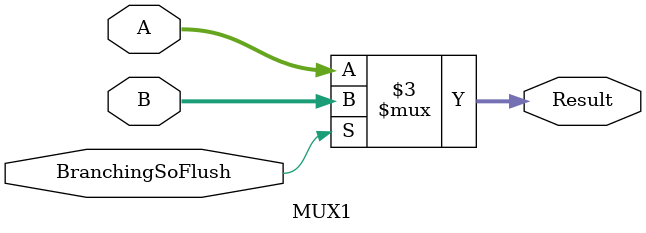
<source format=v>
module MUX1(input [15:0]A,B, 
			input BranchingSoFlush,
			output reg [15:0] Result);
always @(*)
begin
	Result =  A;
	if(BranchingSoFlush)
		Result = B;

end
endmodule

</source>
